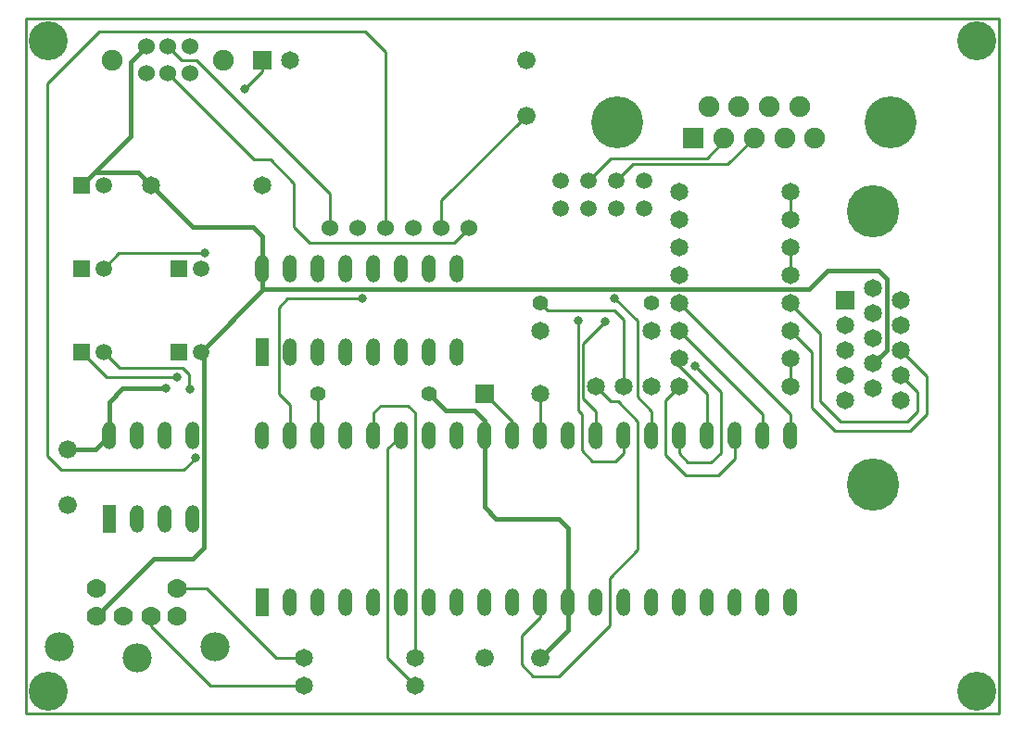
<source format=gtl>
%FSLAX23Y23*%
%MOIN*%
G70*
G01*
G75*
G04 Layer_Physical_Order=1*
G04 Layer_Color=255*
%ADD10C,0.015*%
%ADD11C,0.010*%
%ADD12C,0.065*%
%ADD13C,0.075*%
%ADD14C,0.060*%
%ADD15C,0.070*%
%ADD16C,0.105*%
%ADD17C,0.140*%
%ADD18O,0.050X0.100*%
%ADD19C,0.055*%
%ADD20C,0.066*%
%ADD21R,0.059X0.059*%
%ADD22C,0.059*%
%ADD23R,0.050X0.100*%
%ADD24C,0.188*%
%ADD25C,0.187*%
%ADD26R,0.075X0.075*%
%ADD27R,0.065X0.065*%
%ADD28C,0.032*%
D10*
X3045Y3845D02*
Y3850D01*
X2904Y5446D02*
X2950Y5400D01*
X2700D02*
X2746Y5446D01*
X2755Y3850D02*
X2960Y4055D01*
X3129Y4800D02*
X3141D01*
X3129D02*
X3350Y5021D01*
X5548Y4759D02*
X5596Y4807D01*
Y5062D01*
X5567Y5091D02*
X5596Y5062D01*
X5383Y5091D02*
X5567D01*
X2904Y5446D02*
X2950Y5400D01*
X2746Y5446D02*
X2904D01*
X2950Y5400D02*
X3100Y5250D01*
X3316D01*
X3350Y5216D01*
Y5100D02*
Y5216D01*
X2960Y4055D02*
X3099D01*
X3141Y4097D01*
X3354Y5025D02*
X5317D01*
X5383Y5091D01*
X3129Y4800D02*
X3350Y5021D01*
X3354Y5025D01*
X3350Y5021D02*
Y5100D01*
X4350Y3700D02*
X4450Y3800D01*
Y3900D01*
X2800Y4500D02*
Y4620D01*
X4450Y3900D02*
Y4166D01*
X4416Y4200D02*
X4450Y4166D01*
X4192Y4200D02*
X4416D01*
X4150Y4242D02*
X4192Y4200D01*
X4150Y4242D02*
Y4500D01*
X2800D02*
Y4620D01*
X2848Y4668D02*
X3003D01*
X2800Y4620D02*
X2848Y4668D01*
X4114Y4589D02*
X4150Y4553D01*
Y4500D02*
Y4553D01*
X4011Y4589D02*
X4114D01*
X3950Y4650D02*
X4011Y4589D01*
X3141Y4097D02*
Y4800D01*
X2876Y5842D02*
X2933Y5899D01*
X2876Y5576D02*
Y5842D01*
X2746Y5446D02*
X2876Y5576D01*
X2650Y4450D02*
X2750D01*
X2800Y4500D01*
D11*
X3012Y5899D02*
X3061Y5850D01*
X3113D01*
X3595Y5368D01*
Y5245D02*
Y5368D01*
X4042Y5192D02*
X4095Y5245D01*
X3519Y5192D02*
X4042D01*
X3463Y5248D02*
X3519Y5192D01*
X3463Y5248D02*
Y5407D01*
X3379Y5491D02*
X3463Y5407D01*
X3322Y5491D02*
X3379D01*
X3012Y5801D02*
X3322Y5491D01*
X4350Y4500D02*
Y4650D01*
X5250Y4675D02*
Y4775D01*
Y5075D02*
Y5175D01*
Y5275D02*
Y5375D01*
X3550Y4500D02*
Y4650D01*
X3801Y4451D02*
X3850Y4500D01*
X3801Y3699D02*
Y4451D01*
X3995Y5245D02*
Y5345D01*
X4300Y5650D01*
X3350Y5808D02*
Y5850D01*
X3288Y5746D02*
X3350Y5808D01*
X4850Y4875D02*
X5150Y4575D01*
Y4500D02*
Y4575D01*
X4906Y4750D02*
X5000Y4656D01*
Y4437D02*
Y4656D01*
X4965Y4402D02*
X5000Y4437D01*
X4882Y4402D02*
X4965D01*
X4850Y4434D02*
X4882Y4402D01*
X4850Y4434D02*
Y4500D01*
X4624Y5416D02*
X4683Y5475D01*
X5025D01*
X5120Y5570D01*
X4524Y5416D02*
X4605Y5497D01*
X4949D02*
X5011Y5559D01*
X2779Y5100D02*
X2833Y5154D01*
X3144D01*
X4350Y4975D02*
X4376Y4949D01*
X4616D01*
X4650Y4915D01*
Y4675D02*
Y4915D01*
X5248Y4975D02*
X5250D01*
X4617Y4993D02*
X4699Y4911D01*
Y4638D02*
Y4911D01*
Y4638D02*
X4750Y4587D01*
Y4500D02*
Y4587D01*
X4550Y4675D02*
X4604Y4621D01*
X4702Y4088D02*
Y4549D01*
X4600Y3986D02*
X4702Y4088D01*
X4600Y3817D02*
Y3986D01*
X4416Y3633D02*
X4600Y3817D01*
X4325Y3633D02*
X4416D01*
X4284Y3674D02*
X4325Y3633D01*
X4284Y3674D02*
Y3780D01*
X4350Y3846D01*
Y3900D01*
X4550Y4500D02*
Y4587D01*
X4504Y4633D02*
X4550Y4587D01*
X4504Y4633D02*
Y4829D01*
X4584Y4909D01*
X3900Y3700D02*
Y4582D01*
X3875Y4607D02*
X3900Y4582D01*
X3776Y4607D02*
X3875D01*
X3750Y4581D02*
X3776Y4607D01*
X3750Y4500D02*
Y4581D01*
X3442Y4993D02*
X3710D01*
X3409Y4960D02*
X3442Y4993D01*
X3409Y4650D02*
Y4960D01*
Y4650D02*
X3450Y4609D01*
Y4500D02*
Y4609D01*
X5250Y4875D02*
X5327Y4798D01*
Y4600D02*
Y4798D01*
Y4600D02*
X5410Y4517D01*
X5680D01*
X5739Y4576D01*
Y4713D01*
X5648Y4804D02*
X5739Y4713D01*
X2764Y5953D02*
X3721D01*
X2576Y5765D02*
X2764Y5953D01*
X2576Y4427D02*
Y5765D01*
Y4427D02*
X2628Y4375D01*
X3068D01*
X3109Y4416D01*
Y4418D01*
X4150Y4650D02*
X4250Y4550D01*
Y4500D02*
Y4550D01*
X4850Y4975D02*
X5250Y4575D01*
Y4500D02*
Y4575D01*
X4950Y4500D02*
Y4650D01*
X4850Y4750D02*
X4950Y4650D01*
X4850Y4750D02*
Y4775D01*
X4538Y4407D02*
X4621D01*
X4499Y4446D02*
X4538Y4407D01*
X4499Y4446D02*
Y4575D01*
X4486Y4588D02*
X4499Y4575D01*
X4486Y4588D02*
Y4911D01*
X2779Y4800D02*
X2836Y4743D01*
X3064D01*
X3088Y4719D01*
Y4665D02*
Y4719D01*
Y4665D02*
X3089Y4664D01*
X2700Y4800D02*
X2791Y4709D01*
X3043D01*
X4605Y5497D02*
X4949D01*
X5248Y4975D02*
X5357Y4866D01*
Y4621D02*
Y4866D01*
Y4621D02*
X5429Y4549D01*
X5669D01*
X5706Y4586D01*
Y4656D01*
X5648Y4714D02*
X5706Y4656D01*
X4800Y4625D02*
X4850Y4675D01*
X4800Y4430D02*
Y4625D01*
Y4430D02*
X4873Y4357D01*
X4990D01*
X5050Y4417D01*
Y4500D01*
X4621Y4407D02*
X4650Y4436D01*
Y4500D01*
X3801Y3699D02*
X3900Y3600D01*
X4604Y4621D02*
X4630D01*
X4702Y4549D01*
X3721Y5953D02*
X3795Y5879D01*
Y5245D02*
Y5879D01*
X5011Y5559D02*
Y5570D01*
X2950Y3813D02*
Y3850D01*
Y3813D02*
X3163Y3600D01*
X3500D01*
X3401Y3700D02*
X3500D01*
X3152Y3949D02*
X3401Y3700D01*
X3046Y3949D02*
X3152D01*
X3045Y3950D02*
X3046Y3949D01*
X6000Y3500D02*
Y6000D01*
X2500D02*
X6000D01*
X2500Y3500D02*
Y6000D01*
Y3500D02*
X6000D01*
D12*
X5548Y4759D02*
D03*
X4750Y4675D02*
D03*
X3900Y3700D02*
D03*
X4650Y4675D02*
D03*
X3350Y5400D02*
D03*
X2950D02*
D03*
X5548Y4669D02*
D03*
Y4849D02*
D03*
Y4939D02*
D03*
X5448Y4624D02*
D03*
Y4714D02*
D03*
Y4804D02*
D03*
Y4894D02*
D03*
X5548Y5029D02*
D03*
X5648Y4984D02*
D03*
Y4894D02*
D03*
Y4804D02*
D03*
Y4714D02*
D03*
Y4624D02*
D03*
X4350Y4650D02*
D03*
X3450Y5850D02*
D03*
X3900Y3600D02*
D03*
X4850Y4975D02*
D03*
X5250D02*
D03*
Y4875D02*
D03*
X4850D02*
D03*
X5250Y4675D02*
D03*
X4850D02*
D03*
X5250Y5075D02*
D03*
X4850D02*
D03*
Y5175D02*
D03*
X5250D02*
D03*
Y5275D02*
D03*
X4850D02*
D03*
X5250Y5375D02*
D03*
X4850D02*
D03*
X4550Y4675D02*
D03*
X4350Y4875D02*
D03*
X4750D02*
D03*
X3500Y3600D02*
D03*
Y3700D02*
D03*
X5250Y4775D02*
D03*
X4850D02*
D03*
D13*
X5284Y5682D02*
D03*
X5229Y5570D02*
D03*
X5338D02*
D03*
X5175Y5682D02*
D03*
X5120Y5570D02*
D03*
X5065Y5682D02*
D03*
X5011Y5570D02*
D03*
X4956Y5682D02*
D03*
X3210Y5850D02*
D03*
X2810D02*
D03*
D14*
X3995Y5245D02*
D03*
X3895D02*
D03*
X3795D02*
D03*
X3695D02*
D03*
X3595D02*
D03*
X4095D02*
D03*
X2933Y5801D02*
D03*
X3012Y5899D02*
D03*
X2933D02*
D03*
X3091D02*
D03*
X3012Y5801D02*
D03*
X3091D02*
D03*
D15*
X2950Y3850D02*
D03*
X2850D02*
D03*
X3045D02*
D03*
X2755Y3950D02*
D03*
X3045D02*
D03*
X2755Y3850D02*
D03*
D16*
X2900Y3700D02*
D03*
X2620Y3740D02*
D03*
X3180D02*
D03*
D17*
X5920Y5920D02*
D03*
Y3580D02*
D03*
X2580D02*
D03*
Y5920D02*
D03*
D18*
X2800Y4500D02*
D03*
X4150D02*
D03*
X4450Y3900D02*
D03*
X3450D02*
D03*
X3550D02*
D03*
X3650D02*
D03*
X4750D02*
D03*
X3550Y5100D02*
D03*
X3650D02*
D03*
X3750D02*
D03*
X3850D02*
D03*
X4050Y3900D02*
D03*
X3950D02*
D03*
X3850D02*
D03*
X4150D02*
D03*
X4250D02*
D03*
X4550D02*
D03*
X4650D02*
D03*
X4850D02*
D03*
X5050D02*
D03*
X5150D02*
D03*
X5250D02*
D03*
X3350Y4500D02*
D03*
X3450D02*
D03*
X3650D02*
D03*
X3750D02*
D03*
X3850D02*
D03*
X3950D02*
D03*
X4050D02*
D03*
X4250D02*
D03*
X4350D02*
D03*
X4450D02*
D03*
X4550D02*
D03*
X4650D02*
D03*
X4750D02*
D03*
X4850D02*
D03*
X4950D02*
D03*
X5050D02*
D03*
X5150D02*
D03*
X5250D02*
D03*
X4350Y3900D02*
D03*
X4950D02*
D03*
X3550Y4500D02*
D03*
X2900Y4200D02*
D03*
X3000D02*
D03*
X3100D02*
D03*
X2900Y4500D02*
D03*
X3000D02*
D03*
X3100D02*
D03*
X3450Y4800D02*
D03*
X3550D02*
D03*
X3650D02*
D03*
X3750D02*
D03*
X3850D02*
D03*
X3950D02*
D03*
X4050D02*
D03*
X3350Y5100D02*
D03*
X3450D02*
D03*
X4050D02*
D03*
X3950D02*
D03*
X3750Y3900D02*
D03*
D19*
X3950Y4650D02*
D03*
X4750Y4975D02*
D03*
X3550Y4650D02*
D03*
X4350Y4975D02*
D03*
D20*
X2650Y4450D02*
D03*
X4350Y3700D02*
D03*
X4300Y5850D02*
D03*
Y5650D02*
D03*
X4150Y3700D02*
D03*
X2650Y4250D02*
D03*
D21*
X2700Y5400D02*
D03*
X3050Y4800D02*
D03*
X2700D02*
D03*
X3050Y5100D02*
D03*
X2700D02*
D03*
D22*
X2779Y5400D02*
D03*
X3129Y4800D02*
D03*
X2779D02*
D03*
X3129Y5100D02*
D03*
X2779D02*
D03*
X4424Y5316D02*
D03*
Y5416D02*
D03*
X4524Y5316D02*
D03*
Y5416D02*
D03*
X4624Y5316D02*
D03*
Y5416D02*
D03*
X4724Y5316D02*
D03*
Y5416D02*
D03*
D23*
X3350Y3900D02*
D03*
X2800Y4200D02*
D03*
X3350Y4800D02*
D03*
D24*
X5548Y5306D02*
D03*
Y4322D02*
D03*
D25*
X5612Y5626D02*
D03*
X4628D02*
D03*
D26*
X4902Y5570D02*
D03*
D27*
X5448Y4984D02*
D03*
X4150Y4650D02*
D03*
X3350Y5850D02*
D03*
D28*
X3003Y4668D02*
D03*
X3288Y5746D02*
D03*
X4906Y4750D02*
D03*
X3144Y5154D02*
D03*
X4617Y4993D02*
D03*
X4584Y4909D02*
D03*
X3710Y4993D02*
D03*
X3109Y4418D02*
D03*
X4486Y4911D02*
D03*
X3089Y4664D02*
D03*
X3043Y4709D02*
D03*
M02*

</source>
